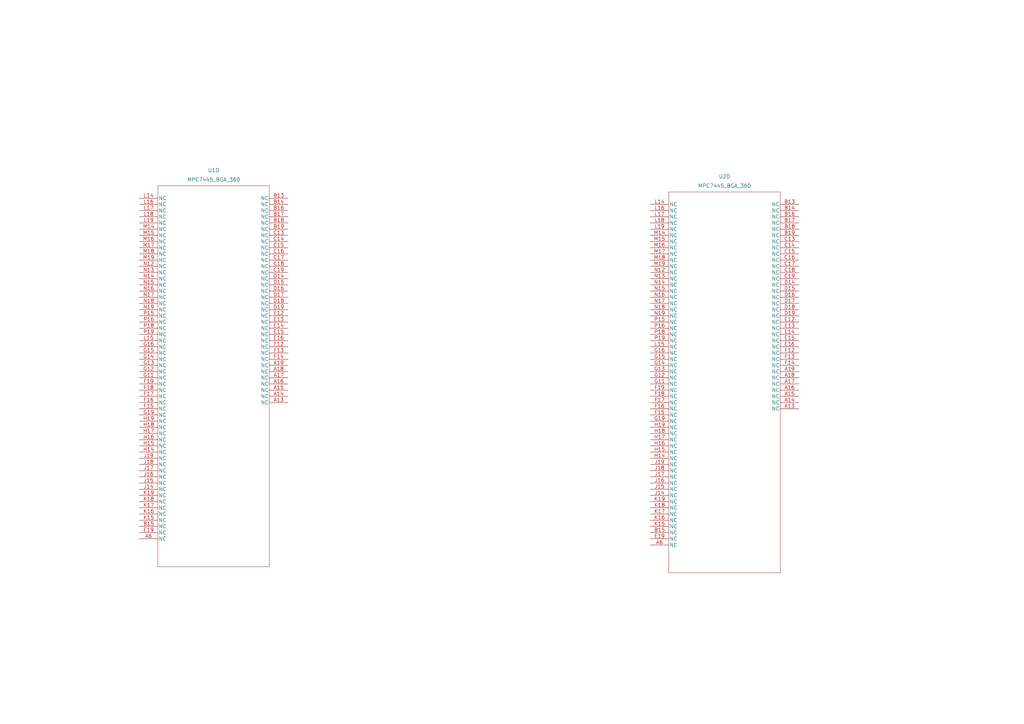
<source format=kicad_sch>
(kicad_sch (version 20211123) (generator eeschema)
  (paper "A3")
  (symbol (lib_name "MPC7445_BGA_360_1") (lib_id "cust:MPC7445_BGA_360") (at 57.15 81.28 0) (unit 4)
    (property "Reference" "U1" (at 87.63 69.85 0) (effects (font (size 1.524 1.524))))
    (property "Value" "MPC7445_BGA_360" (at 87.63 73.66 0) (effects (font (size 1.524 1.524))))
    (property "Footprint" "cust:MPC7445_BGA_360" (effects hide))
  )
  (symbol (lib_id "cust:MPC7445_BGA_360") (at 266.7 83.82 0) (unit 4)
    (property "Reference" "U2" (at 297.18 72.39 0) (effects (font (size 1.524 1.524))))
    (property "Value" "MPC7445_BGA_360" (at 297.18 76.2 0) (effects (font (size 1.524 1.524))))
    (property "Footprint" "cust:MPC7445_BGA_360" (effects hide))
  )
)
</source>
